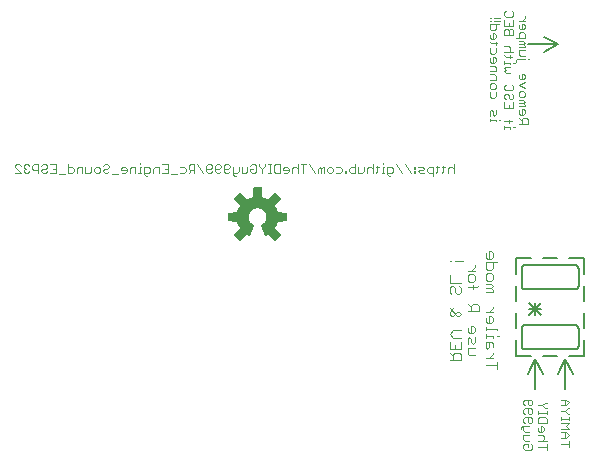
<source format=gbr>
G04 EAGLE Gerber RS-274X export*
G75*
%MOMM*%
%FSLAX34Y34*%
%LPD*%
%INSilkscreen Bottom*%
%IPPOS*%
%AMOC8*
5,1,8,0,0,1.08239X$1,22.5*%
G01*
%ADD10C,0.203200*%
%ADD11C,0.076200*%
%ADD12C,0.127000*%
%ADD13C,0.152400*%

G36*
X390075Y259330D02*
X390075Y259330D01*
X390131Y259330D01*
X390159Y259345D01*
X390191Y259350D01*
X390250Y259390D01*
X390286Y259408D01*
X390295Y259420D01*
X390311Y259431D01*
X394619Y263739D01*
X394636Y263766D01*
X394660Y263787D01*
X394681Y263839D01*
X394710Y263886D01*
X394713Y263918D01*
X394725Y263948D01*
X394722Y264003D01*
X394727Y264059D01*
X394715Y264089D01*
X394713Y264121D01*
X394679Y264184D01*
X394665Y264221D01*
X394654Y264231D01*
X394645Y264248D01*
X389678Y270339D01*
X390867Y272649D01*
X390874Y272675D01*
X390891Y272707D01*
X391683Y275181D01*
X399502Y275975D01*
X399533Y275985D01*
X399565Y275986D01*
X399614Y276013D01*
X399666Y276031D01*
X399689Y276054D01*
X399717Y276069D01*
X399749Y276115D01*
X399788Y276154D01*
X399798Y276185D01*
X399817Y276211D01*
X399830Y276281D01*
X399843Y276319D01*
X399841Y276334D01*
X399844Y276353D01*
X399844Y282447D01*
X399837Y282478D01*
X399839Y282510D01*
X399817Y282561D01*
X399805Y282616D01*
X399784Y282640D01*
X399772Y282670D01*
X399730Y282706D01*
X399695Y282749D01*
X399665Y282762D01*
X399641Y282783D01*
X399572Y282804D01*
X399536Y282820D01*
X399521Y282820D01*
X399502Y282825D01*
X391683Y283619D01*
X390891Y286093D01*
X390878Y286116D01*
X390867Y286151D01*
X389678Y288461D01*
X394645Y294552D01*
X394659Y294580D01*
X394680Y294604D01*
X394696Y294657D01*
X394721Y294707D01*
X394721Y294739D01*
X394730Y294770D01*
X394720Y294825D01*
X394720Y294881D01*
X394705Y294909D01*
X394700Y294941D01*
X394660Y295000D01*
X394642Y295036D01*
X394630Y295045D01*
X394619Y295061D01*
X390311Y299369D01*
X390284Y299386D01*
X390263Y299410D01*
X390211Y299431D01*
X390164Y299460D01*
X390132Y299463D01*
X390102Y299475D01*
X390047Y299472D01*
X389991Y299477D01*
X389961Y299465D01*
X389929Y299463D01*
X389866Y299429D01*
X389829Y299415D01*
X389819Y299404D01*
X389802Y299395D01*
X383711Y294428D01*
X381401Y295617D01*
X381375Y295624D01*
X381343Y295641D01*
X378869Y296433D01*
X378075Y304252D01*
X378067Y304278D01*
X378066Y304290D01*
X378065Y304293D01*
X378064Y304315D01*
X378037Y304364D01*
X378019Y304416D01*
X377996Y304439D01*
X377981Y304467D01*
X377935Y304499D01*
X377896Y304538D01*
X377865Y304548D01*
X377839Y304567D01*
X377769Y304580D01*
X377731Y304593D01*
X377716Y304591D01*
X377697Y304594D01*
X371603Y304594D01*
X371572Y304587D01*
X371540Y304589D01*
X371489Y304567D01*
X371434Y304555D01*
X371410Y304534D01*
X371380Y304522D01*
X371344Y304480D01*
X371301Y304445D01*
X371288Y304415D01*
X371267Y304391D01*
X371246Y304322D01*
X371230Y304286D01*
X371230Y304271D01*
X371228Y304264D01*
X371227Y304262D01*
X371227Y304261D01*
X371225Y304252D01*
X370431Y296433D01*
X367957Y295641D01*
X367934Y295628D01*
X367899Y295617D01*
X365589Y294428D01*
X359498Y299395D01*
X359470Y299409D01*
X359446Y299430D01*
X359393Y299446D01*
X359343Y299471D01*
X359311Y299471D01*
X359280Y299480D01*
X359225Y299470D01*
X359169Y299470D01*
X359141Y299455D01*
X359109Y299450D01*
X359050Y299410D01*
X359015Y299392D01*
X359005Y299380D01*
X358989Y299369D01*
X354681Y295061D01*
X354664Y295034D01*
X354640Y295013D01*
X354619Y294961D01*
X354590Y294914D01*
X354587Y294882D01*
X354575Y294852D01*
X354579Y294797D01*
X354573Y294741D01*
X354585Y294711D01*
X354587Y294679D01*
X354621Y294616D01*
X354635Y294579D01*
X354646Y294569D01*
X354655Y294552D01*
X359622Y288461D01*
X358433Y286151D01*
X358426Y286125D01*
X358409Y286093D01*
X357617Y283619D01*
X349798Y282825D01*
X349767Y282815D01*
X349735Y282814D01*
X349686Y282787D01*
X349634Y282769D01*
X349611Y282746D01*
X349583Y282731D01*
X349551Y282685D01*
X349512Y282646D01*
X349502Y282615D01*
X349483Y282589D01*
X349470Y282519D01*
X349457Y282481D01*
X349459Y282466D01*
X349456Y282447D01*
X349456Y276353D01*
X349463Y276322D01*
X349461Y276290D01*
X349483Y276239D01*
X349495Y276184D01*
X349516Y276160D01*
X349528Y276130D01*
X349570Y276094D01*
X349605Y276051D01*
X349635Y276038D01*
X349659Y276017D01*
X349728Y275996D01*
X349764Y275980D01*
X349779Y275980D01*
X349798Y275975D01*
X357617Y275181D01*
X358409Y272707D01*
X358422Y272684D01*
X358433Y272649D01*
X359622Y270339D01*
X354655Y264248D01*
X354641Y264220D01*
X354620Y264196D01*
X354604Y264143D01*
X354579Y264093D01*
X354579Y264061D01*
X354570Y264030D01*
X354580Y263975D01*
X354580Y263919D01*
X354595Y263891D01*
X354600Y263859D01*
X354640Y263800D01*
X354658Y263765D01*
X354670Y263755D01*
X354681Y263739D01*
X358989Y259431D01*
X359016Y259414D01*
X359037Y259390D01*
X359089Y259369D01*
X359136Y259340D01*
X359168Y259337D01*
X359198Y259325D01*
X359253Y259329D01*
X359309Y259323D01*
X359339Y259335D01*
X359371Y259337D01*
X359434Y259371D01*
X359471Y259385D01*
X359481Y259396D01*
X359498Y259405D01*
X365589Y264372D01*
X367898Y263182D01*
X367962Y263166D01*
X368025Y263143D01*
X368046Y263145D01*
X368066Y263140D01*
X368131Y263154D01*
X368197Y263161D01*
X368215Y263172D01*
X368235Y263177D01*
X368287Y263218D01*
X368343Y263254D01*
X368356Y263273D01*
X368371Y263285D01*
X368387Y263320D01*
X368423Y263374D01*
X372011Y272036D01*
X372016Y272068D01*
X372030Y272096D01*
X372030Y272152D01*
X372039Y272207D01*
X372030Y272238D01*
X372030Y272269D01*
X372005Y272320D01*
X371989Y272373D01*
X371967Y272396D01*
X371953Y272425D01*
X371897Y272471D01*
X371870Y272499D01*
X371856Y272504D01*
X371841Y272517D01*
X370464Y273261D01*
X369298Y274245D01*
X368358Y275447D01*
X367684Y276815D01*
X367303Y278293D01*
X367231Y279817D01*
X367473Y281323D01*
X368017Y282749D01*
X368841Y284033D01*
X369910Y285122D01*
X371178Y285970D01*
X372593Y286540D01*
X374095Y286810D01*
X375620Y286767D01*
X377104Y286414D01*
X378485Y285764D01*
X379704Y284847D01*
X380710Y283700D01*
X381461Y282371D01*
X381924Y280918D01*
X382081Y279399D01*
X381938Y277950D01*
X381515Y276556D01*
X380829Y275272D01*
X379905Y274146D01*
X378779Y273222D01*
X377461Y272517D01*
X377436Y272496D01*
X377407Y272482D01*
X377372Y272439D01*
X377331Y272403D01*
X377318Y272373D01*
X377298Y272348D01*
X377286Y272294D01*
X377265Y272243D01*
X377267Y272210D01*
X377260Y272178D01*
X377274Y272109D01*
X377277Y272070D01*
X377285Y272056D01*
X377289Y272036D01*
X380877Y263374D01*
X380916Y263320D01*
X380948Y263263D01*
X380965Y263251D01*
X380978Y263234D01*
X381036Y263203D01*
X381091Y263165D01*
X381112Y263162D01*
X381131Y263152D01*
X381197Y263151D01*
X381263Y263141D01*
X381286Y263148D01*
X381304Y263147D01*
X381339Y263164D01*
X381402Y263182D01*
X383711Y264372D01*
X389802Y259405D01*
X389830Y259391D01*
X389854Y259370D01*
X389907Y259354D01*
X389957Y259329D01*
X389989Y259329D01*
X390020Y259320D01*
X390075Y259330D01*
G37*
D10*
X641350Y146050D02*
X635000Y158750D01*
X635000Y133350D01*
X628650Y146050D02*
X635000Y158750D01*
X615950Y146050D02*
X609600Y158750D01*
X609600Y133350D01*
X603250Y146050D02*
X609600Y158750D01*
D11*
X631317Y87428D02*
X638689Y87428D01*
X638689Y84971D02*
X638689Y89886D01*
X636232Y92455D02*
X631317Y92455D01*
X636232Y92455D02*
X638689Y94912D01*
X636232Y97370D01*
X631317Y97370D01*
X635003Y97370D02*
X635003Y92455D01*
X631317Y99939D02*
X638689Y99939D01*
X636232Y102397D01*
X638689Y104854D01*
X631317Y104854D01*
X631317Y107423D02*
X631317Y109881D01*
X631317Y108652D02*
X638689Y108652D01*
X638689Y107423D02*
X638689Y109881D01*
X638689Y112413D02*
X637461Y112413D01*
X635003Y114870D01*
X637461Y117328D01*
X638689Y117328D01*
X635003Y114870D02*
X631317Y114870D01*
X631317Y119897D02*
X636232Y119897D01*
X638689Y122354D01*
X636232Y124812D01*
X631317Y124812D01*
X635003Y124812D02*
X635003Y119897D01*
X619385Y84933D02*
X612013Y84933D01*
X619385Y82476D02*
X619385Y87391D01*
X619385Y89960D02*
X612013Y89960D01*
X615699Y89960D02*
X616928Y91189D01*
X616928Y93646D01*
X615699Y94875D01*
X612013Y94875D01*
X612013Y98673D02*
X612013Y101131D01*
X612013Y98673D02*
X613242Y97444D01*
X615699Y97444D01*
X616928Y98673D01*
X616928Y101131D01*
X615699Y102359D01*
X614470Y102359D01*
X614470Y97444D01*
X612013Y104929D02*
X619385Y104929D01*
X612013Y104929D02*
X612013Y108615D01*
X613242Y109843D01*
X618157Y109843D01*
X619385Y108615D01*
X619385Y104929D01*
X612013Y112413D02*
X612013Y114870D01*
X612013Y113641D02*
X619385Y113641D01*
X619385Y112413D02*
X619385Y114870D01*
X619385Y117402D02*
X618157Y117402D01*
X615699Y119860D01*
X618157Y122317D01*
X619385Y122317D01*
X615699Y119860D02*
X612013Y119860D01*
X605965Y87391D02*
X607193Y86162D01*
X607193Y83705D01*
X605965Y82476D01*
X601050Y82476D01*
X599821Y83705D01*
X599821Y86162D01*
X601050Y87391D01*
X603507Y87391D01*
X603507Y84933D01*
X604736Y89960D02*
X601050Y89960D01*
X599821Y91189D01*
X599821Y94875D01*
X604736Y94875D01*
X604736Y97444D02*
X601050Y97444D01*
X599821Y98673D01*
X599821Y102359D01*
X598592Y102359D02*
X604736Y102359D01*
X598592Y102359D02*
X597364Y101131D01*
X597364Y99902D01*
X601050Y104929D02*
X599821Y106157D01*
X599821Y108615D01*
X601050Y109843D01*
X605965Y109843D01*
X607193Y108615D01*
X607193Y106157D01*
X605965Y104929D01*
X604736Y104929D01*
X603507Y106157D01*
X603507Y109843D01*
X601050Y112413D02*
X599821Y113641D01*
X599821Y116099D01*
X601050Y117328D01*
X605965Y117328D01*
X607193Y116099D01*
X607193Y113641D01*
X605965Y112413D01*
X604736Y112413D01*
X603507Y113641D01*
X603507Y117328D01*
X601050Y119897D02*
X599821Y121126D01*
X599821Y123583D01*
X601050Y124812D01*
X605965Y124812D01*
X607193Y123583D01*
X607193Y121126D01*
X605965Y119897D01*
X604736Y119897D01*
X603507Y121126D01*
X603507Y124812D01*
D10*
X650875Y161925D02*
X650875Y175063D01*
X650875Y185063D02*
X650875Y198200D01*
X650875Y208200D02*
X650875Y221338D01*
X650875Y231338D02*
X650875Y244475D01*
X593725Y175063D02*
X593725Y161925D01*
X593725Y185063D02*
X593725Y198200D01*
X593725Y208200D02*
X593725Y221338D01*
X593725Y231338D02*
X593725Y244475D01*
X638492Y161925D02*
X650875Y161925D01*
X628492Y161925D02*
X616108Y161925D01*
X606108Y161925D02*
X593725Y161925D01*
X638492Y244475D02*
X650875Y244475D01*
X628492Y244475D02*
X616108Y244475D01*
X606108Y244475D02*
X593725Y244475D01*
D12*
X604607Y206350D02*
X614606Y196351D01*
X604607Y196351D02*
X614606Y206350D01*
X609606Y206350D02*
X609606Y196351D01*
X604607Y201350D02*
X614606Y201350D01*
D11*
X577160Y153675D02*
X567754Y153675D01*
X577160Y150540D02*
X577160Y156811D01*
X574024Y159895D02*
X567754Y159895D01*
X570889Y159895D02*
X574024Y163030D01*
X574024Y164598D01*
X574024Y169259D02*
X574024Y172394D01*
X572457Y173962D01*
X567754Y173962D01*
X567754Y169259D01*
X569321Y167691D01*
X570889Y169259D01*
X570889Y173962D01*
X574024Y177046D02*
X574024Y178614D01*
X567754Y178614D01*
X567754Y177046D02*
X567754Y180182D01*
X577160Y178614D02*
X578727Y178614D01*
X577160Y183283D02*
X577160Y184851D01*
X567754Y184851D01*
X567754Y186418D02*
X567754Y183283D01*
X567754Y191088D02*
X567754Y194223D01*
X567754Y191088D02*
X569321Y189520D01*
X572457Y189520D01*
X574024Y191088D01*
X574024Y194223D01*
X572457Y195791D01*
X570889Y195791D01*
X570889Y189520D01*
X567754Y198875D02*
X574024Y198875D01*
X570889Y198875D02*
X574024Y202010D01*
X574024Y203578D01*
X574024Y216026D02*
X567754Y216026D01*
X574024Y216026D02*
X574024Y217594D01*
X572457Y219162D01*
X567754Y219162D01*
X572457Y219162D02*
X574024Y220729D01*
X572457Y222297D01*
X567754Y222297D01*
X567754Y226949D02*
X567754Y230084D01*
X569321Y231652D01*
X572457Y231652D01*
X574024Y230084D01*
X574024Y226949D01*
X572457Y225381D01*
X569321Y225381D01*
X567754Y226949D01*
X567754Y241007D02*
X577160Y241007D01*
X567754Y241007D02*
X567754Y236304D01*
X569321Y234737D01*
X572457Y234737D01*
X574024Y236304D01*
X574024Y241007D01*
X567754Y245659D02*
X567754Y248795D01*
X567754Y245659D02*
X569321Y244092D01*
X572457Y244092D01*
X574024Y245659D01*
X574024Y248795D01*
X572457Y250362D01*
X570889Y250362D01*
X570889Y244092D01*
X558784Y162234D02*
X554081Y162234D01*
X552514Y163802D01*
X552514Y168505D01*
X558784Y168505D01*
X552514Y171589D02*
X552514Y176292D01*
X554081Y177860D01*
X555649Y176292D01*
X555649Y173157D01*
X557217Y171589D01*
X558784Y173157D01*
X558784Y177860D01*
X552514Y182512D02*
X552514Y185647D01*
X552514Y182512D02*
X554081Y180944D01*
X557217Y180944D01*
X558784Y182512D01*
X558784Y185647D01*
X557217Y187215D01*
X555649Y187215D01*
X555649Y180944D01*
X552514Y199655D02*
X561920Y199655D01*
X561920Y204358D01*
X560352Y205925D01*
X557217Y205925D01*
X555649Y204358D01*
X555649Y199655D01*
X555649Y202790D02*
X552514Y205925D01*
X552514Y219933D02*
X560352Y219933D01*
X561920Y221500D01*
X557217Y221500D02*
X557217Y218365D01*
X552514Y226169D02*
X552514Y229305D01*
X554081Y230873D01*
X557217Y230873D01*
X558784Y229305D01*
X558784Y226169D01*
X557217Y224602D01*
X554081Y224602D01*
X552514Y226169D01*
X552514Y233957D02*
X558784Y233957D01*
X555649Y233957D02*
X558784Y237092D01*
X558784Y238660D01*
X546680Y158336D02*
X537274Y158336D01*
X546680Y158336D02*
X546680Y163039D01*
X545112Y164607D01*
X541977Y164607D01*
X540409Y163039D01*
X540409Y158336D01*
X540409Y161471D02*
X537274Y164607D01*
X546680Y167691D02*
X546680Y173962D01*
X546680Y167691D02*
X537274Y167691D01*
X537274Y173962D01*
X541977Y170826D02*
X541977Y167691D01*
X540409Y177046D02*
X546680Y177046D01*
X540409Y177046D02*
X537274Y180182D01*
X540409Y183317D01*
X546680Y183317D01*
X537274Y198892D02*
X540409Y202027D01*
X537274Y198892D02*
X537274Y197324D01*
X538841Y195757D01*
X540409Y195757D01*
X543544Y198892D01*
X545112Y198892D01*
X546680Y197324D01*
X545112Y195757D01*
X543544Y195757D01*
X537274Y202027D01*
X546680Y219170D02*
X545112Y220738D01*
X546680Y219170D02*
X546680Y216035D01*
X545112Y214467D01*
X543544Y214467D01*
X541977Y216035D01*
X541977Y219170D01*
X540409Y220738D01*
X538841Y220738D01*
X537274Y219170D01*
X537274Y216035D01*
X538841Y214467D01*
X537274Y223822D02*
X546680Y223822D01*
X537274Y223822D02*
X537274Y230093D01*
X537274Y242533D02*
X538841Y242533D01*
X541977Y242533D02*
X548247Y242533D01*
X540735Y316738D02*
X540735Y324110D01*
X539507Y321653D02*
X540735Y320424D01*
X539507Y321653D02*
X537049Y321653D01*
X535821Y320424D01*
X535821Y316738D01*
X532023Y317967D02*
X532023Y322882D01*
X532023Y317967D02*
X530794Y316738D01*
X530794Y321653D02*
X533251Y321653D01*
X527033Y322882D02*
X527033Y317967D01*
X525804Y316738D01*
X525804Y321653D02*
X528262Y321653D01*
X523272Y321653D02*
X523272Y314281D01*
X523272Y321653D02*
X519586Y321653D01*
X518358Y320424D01*
X518358Y317967D01*
X519586Y316738D01*
X523272Y316738D01*
X515788Y316738D02*
X512102Y316738D01*
X510873Y317967D01*
X512102Y319195D01*
X514560Y319195D01*
X515788Y320424D01*
X514560Y321653D01*
X510873Y321653D01*
X508304Y321653D02*
X507075Y321653D01*
X507075Y320424D01*
X508304Y320424D01*
X508304Y321653D01*
X508304Y317967D02*
X507075Y317967D01*
X507075Y316738D01*
X508304Y316738D01*
X508304Y317967D01*
X504562Y316738D02*
X499647Y324110D01*
X492163Y324110D02*
X497078Y316738D01*
X487136Y314281D02*
X485908Y314281D01*
X484679Y315509D01*
X484679Y321653D01*
X488365Y321653D01*
X489594Y320424D01*
X489594Y317967D01*
X488365Y316738D01*
X484679Y316738D01*
X482110Y321653D02*
X480881Y321653D01*
X480881Y316738D01*
X482110Y316738D02*
X479652Y316738D01*
X480881Y324110D02*
X480881Y325339D01*
X475891Y322882D02*
X475891Y317967D01*
X474663Y316738D01*
X474663Y321653D02*
X477120Y321653D01*
X472131Y324110D02*
X472131Y316738D01*
X472131Y320424D02*
X470902Y321653D01*
X468445Y321653D01*
X467216Y320424D01*
X467216Y316738D01*
X464647Y317967D02*
X464647Y321653D01*
X464647Y317967D02*
X463418Y316738D01*
X459732Y316738D01*
X459732Y321653D01*
X457162Y324110D02*
X457162Y316738D01*
X453476Y316738D01*
X452248Y317967D01*
X452248Y320424D01*
X453476Y321653D01*
X457162Y321653D01*
X449678Y317967D02*
X449678Y316738D01*
X449678Y317967D02*
X448450Y317967D01*
X448450Y316738D01*
X449678Y316738D01*
X444707Y321653D02*
X441021Y321653D01*
X444707Y321653D02*
X445936Y320424D01*
X445936Y317967D01*
X444707Y316738D01*
X441021Y316738D01*
X437223Y316738D02*
X434766Y316738D01*
X433537Y317967D01*
X433537Y320424D01*
X434766Y321653D01*
X437223Y321653D01*
X438452Y320424D01*
X438452Y317967D01*
X437223Y316738D01*
X430968Y316738D02*
X430968Y321653D01*
X429739Y321653D01*
X428510Y320424D01*
X428510Y316738D01*
X428510Y320424D02*
X427282Y321653D01*
X426053Y320424D01*
X426053Y316738D01*
X423484Y316738D02*
X418569Y324110D01*
X413542Y324110D02*
X413542Y316738D01*
X416000Y324110D02*
X411085Y324110D01*
X408515Y324110D02*
X408515Y316738D01*
X408515Y320424D02*
X407287Y321653D01*
X404829Y321653D01*
X403601Y320424D01*
X403601Y316738D01*
X399803Y316738D02*
X397345Y316738D01*
X399803Y316738D02*
X401031Y317967D01*
X401031Y320424D01*
X399803Y321653D01*
X397345Y321653D01*
X396116Y320424D01*
X396116Y319195D01*
X401031Y319195D01*
X393547Y316738D02*
X393547Y324110D01*
X393547Y316738D02*
X389861Y316738D01*
X388632Y317967D01*
X388632Y322882D01*
X389861Y324110D01*
X393547Y324110D01*
X386063Y316738D02*
X383605Y316738D01*
X384834Y316738D02*
X384834Y324110D01*
X386063Y324110D02*
X383605Y324110D01*
X381073Y324110D02*
X381073Y322882D01*
X378616Y320424D01*
X376159Y322882D01*
X376159Y324110D01*
X378616Y320424D02*
X378616Y316738D01*
X369903Y324110D02*
X368674Y322882D01*
X369903Y324110D02*
X372361Y324110D01*
X373589Y322882D01*
X373589Y317967D01*
X372361Y316738D01*
X369903Y316738D01*
X368674Y317967D01*
X368674Y320424D01*
X371132Y320424D01*
X366105Y321653D02*
X366105Y317967D01*
X364876Y316738D01*
X361190Y316738D01*
X361190Y321653D01*
X358621Y321653D02*
X358621Y317967D01*
X357392Y316738D01*
X353706Y316738D01*
X353706Y315509D02*
X353706Y321653D01*
X353706Y315509D02*
X354935Y314281D01*
X356164Y314281D01*
X351137Y317967D02*
X349908Y316738D01*
X347451Y316738D01*
X346222Y317967D01*
X346222Y322882D01*
X347451Y324110D01*
X349908Y324110D01*
X351137Y322882D01*
X351137Y321653D01*
X349908Y320424D01*
X346222Y320424D01*
X343653Y317967D02*
X342424Y316738D01*
X339967Y316738D01*
X338738Y317967D01*
X338738Y322882D01*
X339967Y324110D01*
X342424Y324110D01*
X343653Y322882D01*
X343653Y321653D01*
X342424Y320424D01*
X338738Y320424D01*
X336169Y317967D02*
X334940Y316738D01*
X332482Y316738D01*
X331254Y317967D01*
X331254Y322882D01*
X332482Y324110D01*
X334940Y324110D01*
X336169Y322882D01*
X336169Y321653D01*
X334940Y320424D01*
X331254Y320424D01*
X328684Y316738D02*
X323770Y324110D01*
X321200Y324110D02*
X321200Y316738D01*
X321200Y324110D02*
X317514Y324110D01*
X316285Y322882D01*
X316285Y320424D01*
X317514Y319195D01*
X321200Y319195D01*
X318743Y319195D02*
X316285Y316738D01*
X312487Y321653D02*
X308801Y321653D01*
X312487Y321653D02*
X313716Y320424D01*
X313716Y317967D01*
X312487Y316738D01*
X308801Y316738D01*
X306232Y315509D02*
X301317Y315509D01*
X298748Y324110D02*
X293833Y324110D01*
X298748Y324110D02*
X298748Y316738D01*
X293833Y316738D01*
X296290Y320424D02*
X298748Y320424D01*
X291264Y321653D02*
X291264Y316738D01*
X291264Y321653D02*
X287577Y321653D01*
X286349Y320424D01*
X286349Y316738D01*
X281322Y314281D02*
X280093Y314281D01*
X278865Y315509D01*
X278865Y321653D01*
X282551Y321653D01*
X283779Y320424D01*
X283779Y317967D01*
X282551Y316738D01*
X278865Y316738D01*
X276295Y321653D02*
X275067Y321653D01*
X275067Y316738D01*
X276295Y316738D02*
X273838Y316738D01*
X275067Y324110D02*
X275067Y325339D01*
X271306Y321653D02*
X271306Y316738D01*
X271306Y321653D02*
X267620Y321653D01*
X266391Y320424D01*
X266391Y316738D01*
X262593Y316738D02*
X260136Y316738D01*
X262593Y316738D02*
X263822Y317967D01*
X263822Y320424D01*
X262593Y321653D01*
X260136Y321653D01*
X258907Y320424D01*
X258907Y319195D01*
X263822Y319195D01*
X256338Y315509D02*
X251423Y315509D01*
X243939Y322882D02*
X245167Y324110D01*
X247625Y324110D01*
X248853Y322882D01*
X248853Y321653D01*
X247625Y320424D01*
X245167Y320424D01*
X243939Y319195D01*
X243939Y317967D01*
X245167Y316738D01*
X247625Y316738D01*
X248853Y317967D01*
X240141Y316738D02*
X237683Y316738D01*
X236454Y317967D01*
X236454Y320424D01*
X237683Y321653D01*
X240141Y321653D01*
X241369Y320424D01*
X241369Y317967D01*
X240141Y316738D01*
X233885Y317967D02*
X233885Y321653D01*
X233885Y317967D02*
X232656Y316738D01*
X228970Y316738D01*
X228970Y321653D01*
X226401Y321653D02*
X226401Y316738D01*
X226401Y321653D02*
X222715Y321653D01*
X221486Y320424D01*
X221486Y316738D01*
X214002Y316738D02*
X214002Y324110D01*
X214002Y316738D02*
X217688Y316738D01*
X218917Y317967D01*
X218917Y320424D01*
X217688Y321653D01*
X214002Y321653D01*
X211433Y315509D02*
X206518Y315509D01*
X203948Y324110D02*
X199034Y324110D01*
X203948Y324110D02*
X203948Y316738D01*
X199034Y316738D01*
X201491Y320424D02*
X203948Y320424D01*
X192778Y324110D02*
X191549Y322882D01*
X192778Y324110D02*
X195236Y324110D01*
X196464Y322882D01*
X196464Y321653D01*
X195236Y320424D01*
X192778Y320424D01*
X191549Y319195D01*
X191549Y317967D01*
X192778Y316738D01*
X195236Y316738D01*
X196464Y317967D01*
X188980Y316738D02*
X188980Y324110D01*
X185294Y324110D01*
X184065Y322882D01*
X184065Y320424D01*
X185294Y319195D01*
X188980Y319195D01*
X181496Y322882D02*
X180267Y324110D01*
X177810Y324110D01*
X176581Y322882D01*
X176581Y321653D01*
X177810Y320424D01*
X179039Y320424D01*
X177810Y320424D02*
X176581Y319195D01*
X176581Y317967D01*
X177810Y316738D01*
X180267Y316738D01*
X181496Y317967D01*
X174012Y316738D02*
X169097Y316738D01*
X174012Y316738D02*
X169097Y321653D01*
X169097Y322882D01*
X170326Y324110D01*
X172783Y324110D01*
X174012Y322882D01*
X595884Y358418D02*
X603256Y358418D01*
X603256Y362104D01*
X602028Y363332D01*
X599570Y363332D01*
X598341Y362104D01*
X598341Y358418D01*
X598341Y360875D02*
X595884Y363332D01*
X595884Y367130D02*
X595884Y369588D01*
X595884Y367130D02*
X597113Y365902D01*
X599570Y365902D01*
X600799Y367130D01*
X600799Y369588D01*
X599570Y370817D01*
X598341Y370817D01*
X598341Y365902D01*
X595884Y373386D02*
X600799Y373386D01*
X600799Y374615D01*
X599570Y375843D01*
X595884Y375843D01*
X599570Y375843D02*
X600799Y377072D01*
X599570Y378301D01*
X595884Y378301D01*
X595884Y382099D02*
X595884Y384556D01*
X597113Y385785D01*
X599570Y385785D01*
X600799Y384556D01*
X600799Y382099D01*
X599570Y380870D01*
X597113Y380870D01*
X595884Y382099D01*
X600799Y388354D02*
X595884Y390812D01*
X600799Y393269D01*
X595884Y397067D02*
X595884Y399524D01*
X595884Y397067D02*
X597113Y395838D01*
X599570Y395838D01*
X600799Y397067D01*
X600799Y399524D01*
X599570Y400753D01*
X598341Y400753D01*
X598341Y395838D01*
X593427Y410807D02*
X593427Y412035D01*
X594655Y413264D01*
X600799Y413264D01*
X603256Y413264D02*
X604485Y413264D01*
X600799Y415796D02*
X597113Y415796D01*
X595884Y417025D01*
X595884Y420711D01*
X600799Y420711D01*
X600799Y423280D02*
X595884Y423280D01*
X600799Y423280D02*
X600799Y424509D01*
X599570Y425738D01*
X595884Y425738D01*
X599570Y425738D02*
X600799Y426966D01*
X599570Y428195D01*
X595884Y428195D01*
X593427Y430764D02*
X600799Y430764D01*
X600799Y434451D01*
X599570Y435679D01*
X597113Y435679D01*
X595884Y434451D01*
X595884Y430764D01*
X595884Y439477D02*
X595884Y441935D01*
X595884Y439477D02*
X597113Y438249D01*
X599570Y438249D01*
X600799Y439477D01*
X600799Y441935D01*
X599570Y443163D01*
X598341Y443163D01*
X598341Y438249D01*
X595884Y445733D02*
X600799Y445733D01*
X600799Y448190D02*
X598341Y445733D01*
X600799Y448190D02*
X600799Y449419D01*
X588607Y355280D02*
X588607Y354052D01*
X588607Y355280D02*
X583692Y355280D01*
X583692Y354052D02*
X583692Y356509D01*
X591064Y355280D02*
X592293Y355280D01*
X589836Y360270D02*
X583692Y360270D01*
X589836Y360270D02*
X591064Y361499D01*
X587378Y361499D02*
X587378Y359041D01*
X591064Y371515D02*
X591064Y376430D01*
X591064Y371515D02*
X583692Y371515D01*
X583692Y376430D01*
X587378Y373972D02*
X587378Y371515D01*
X591064Y382685D02*
X589836Y383914D01*
X591064Y382685D02*
X591064Y380228D01*
X589836Y378999D01*
X588607Y378999D01*
X587378Y380228D01*
X587378Y382685D01*
X586149Y383914D01*
X584921Y383914D01*
X583692Y382685D01*
X583692Y380228D01*
X584921Y378999D01*
X591064Y390169D02*
X589836Y391398D01*
X591064Y390169D02*
X591064Y387712D01*
X589836Y386483D01*
X584921Y386483D01*
X583692Y387712D01*
X583692Y390169D01*
X584921Y391398D01*
X584921Y401451D02*
X588607Y401451D01*
X584921Y401451D02*
X583692Y402680D01*
X584921Y403909D01*
X583692Y405138D01*
X584921Y406366D01*
X588607Y406366D01*
X588607Y408936D02*
X588607Y410164D01*
X583692Y410164D01*
X583692Y408936D02*
X583692Y411393D01*
X591064Y410164D02*
X592293Y410164D01*
X589836Y415154D02*
X584921Y415154D01*
X583692Y416382D01*
X588607Y416382D02*
X588607Y413925D01*
X591064Y418914D02*
X583692Y418914D01*
X587378Y418914D02*
X588607Y420143D01*
X588607Y422601D01*
X587378Y423829D01*
X583692Y423829D01*
X583692Y433883D02*
X591064Y433883D01*
X591064Y437569D01*
X589836Y438798D01*
X588607Y438798D01*
X587378Y437569D01*
X586149Y438798D01*
X584921Y438798D01*
X583692Y437569D01*
X583692Y433883D01*
X587378Y433883D02*
X587378Y437569D01*
X591064Y441367D02*
X591064Y446282D01*
X591064Y441367D02*
X583692Y441367D01*
X583692Y446282D01*
X587378Y443824D02*
X587378Y441367D01*
X591064Y452537D02*
X589836Y453766D01*
X591064Y452537D02*
X591064Y450080D01*
X589836Y448851D01*
X584921Y448851D01*
X583692Y450080D01*
X583692Y452537D01*
X584921Y453766D01*
X576415Y361517D02*
X576415Y360289D01*
X576415Y361517D02*
X571500Y361517D01*
X571500Y360289D02*
X571500Y362746D01*
X578872Y361517D02*
X580101Y361517D01*
X571500Y365278D02*
X571500Y368964D01*
X572729Y370193D01*
X573957Y368964D01*
X573957Y366507D01*
X575186Y365278D01*
X576415Y366507D01*
X576415Y370193D01*
X576415Y381475D02*
X576415Y385161D01*
X576415Y381475D02*
X575186Y380246D01*
X572729Y380246D01*
X571500Y381475D01*
X571500Y385161D01*
X571500Y388959D02*
X571500Y391417D01*
X572729Y392645D01*
X575186Y392645D01*
X576415Y391417D01*
X576415Y388959D01*
X575186Y387730D01*
X572729Y387730D01*
X571500Y388959D01*
X571500Y395215D02*
X576415Y395215D01*
X576415Y398901D01*
X575186Y400129D01*
X571500Y400129D01*
X571500Y402699D02*
X576415Y402699D01*
X576415Y406385D01*
X575186Y407614D01*
X571500Y407614D01*
X571500Y411412D02*
X571500Y413869D01*
X571500Y411412D02*
X572729Y410183D01*
X575186Y410183D01*
X576415Y411412D01*
X576415Y413869D01*
X575186Y415098D01*
X573957Y415098D01*
X573957Y410183D01*
X576415Y418896D02*
X576415Y422582D01*
X576415Y418896D02*
X575186Y417667D01*
X572729Y417667D01*
X571500Y418896D01*
X571500Y422582D01*
X572729Y426380D02*
X577644Y426380D01*
X572729Y426380D02*
X571500Y427609D01*
X576415Y427609D02*
X576415Y425151D01*
X571500Y431369D02*
X571500Y433827D01*
X571500Y431369D02*
X572729Y430141D01*
X575186Y430141D01*
X576415Y431369D01*
X576415Y433827D01*
X575186Y435056D01*
X573957Y435056D01*
X573957Y430141D01*
X571500Y442540D02*
X578872Y442540D01*
X571500Y442540D02*
X571500Y438854D01*
X572729Y437625D01*
X575186Y437625D01*
X576415Y438854D01*
X576415Y442540D01*
X572729Y445109D02*
X571500Y445109D01*
X575186Y445109D02*
X580101Y445109D01*
X572729Y447604D02*
X571500Y447604D01*
X575186Y447604D02*
X580101Y447604D01*
D10*
X603250Y425450D02*
X628650Y425450D01*
X617538Y431800D01*
X617538Y419100D02*
X628650Y425450D01*
D13*
X643890Y238760D02*
X600710Y238760D01*
X643890Y218440D02*
X643990Y218442D01*
X644089Y218448D01*
X644189Y218458D01*
X644287Y218471D01*
X644386Y218489D01*
X644483Y218510D01*
X644579Y218535D01*
X644675Y218564D01*
X644769Y218597D01*
X644862Y218633D01*
X644953Y218673D01*
X645043Y218717D01*
X645131Y218764D01*
X645217Y218814D01*
X645301Y218868D01*
X645383Y218925D01*
X645462Y218985D01*
X645540Y219049D01*
X645614Y219115D01*
X645686Y219184D01*
X645755Y219256D01*
X645821Y219330D01*
X645885Y219408D01*
X645945Y219487D01*
X646002Y219569D01*
X646056Y219653D01*
X646106Y219739D01*
X646153Y219827D01*
X646197Y219917D01*
X646237Y220008D01*
X646273Y220101D01*
X646306Y220195D01*
X646335Y220291D01*
X646360Y220387D01*
X646381Y220484D01*
X646399Y220583D01*
X646412Y220681D01*
X646422Y220781D01*
X646428Y220880D01*
X646430Y220980D01*
X600710Y218440D02*
X600610Y218442D01*
X600511Y218448D01*
X600411Y218458D01*
X600313Y218471D01*
X600214Y218489D01*
X600117Y218510D01*
X600021Y218535D01*
X599925Y218564D01*
X599831Y218597D01*
X599738Y218633D01*
X599647Y218673D01*
X599557Y218717D01*
X599469Y218764D01*
X599383Y218814D01*
X599299Y218868D01*
X599217Y218925D01*
X599138Y218985D01*
X599060Y219049D01*
X598986Y219115D01*
X598914Y219184D01*
X598845Y219256D01*
X598779Y219330D01*
X598715Y219408D01*
X598655Y219487D01*
X598598Y219569D01*
X598544Y219653D01*
X598494Y219739D01*
X598447Y219827D01*
X598403Y219917D01*
X598363Y220008D01*
X598327Y220101D01*
X598294Y220195D01*
X598265Y220291D01*
X598240Y220387D01*
X598219Y220484D01*
X598201Y220583D01*
X598188Y220681D01*
X598178Y220781D01*
X598172Y220880D01*
X598170Y220980D01*
X598170Y236220D02*
X598172Y236320D01*
X598178Y236419D01*
X598188Y236519D01*
X598201Y236617D01*
X598219Y236716D01*
X598240Y236813D01*
X598265Y236909D01*
X598294Y237005D01*
X598327Y237099D01*
X598363Y237192D01*
X598403Y237283D01*
X598447Y237373D01*
X598494Y237461D01*
X598544Y237547D01*
X598598Y237631D01*
X598655Y237713D01*
X598715Y237792D01*
X598779Y237870D01*
X598845Y237944D01*
X598914Y238016D01*
X598986Y238085D01*
X599060Y238151D01*
X599138Y238215D01*
X599217Y238275D01*
X599299Y238332D01*
X599383Y238386D01*
X599469Y238436D01*
X599557Y238483D01*
X599647Y238527D01*
X599738Y238567D01*
X599831Y238603D01*
X599925Y238636D01*
X600021Y238665D01*
X600117Y238690D01*
X600214Y238711D01*
X600313Y238729D01*
X600411Y238742D01*
X600511Y238752D01*
X600610Y238758D01*
X600710Y238760D01*
X643890Y238760D02*
X643990Y238758D01*
X644089Y238752D01*
X644189Y238742D01*
X644287Y238729D01*
X644386Y238711D01*
X644483Y238690D01*
X644579Y238665D01*
X644675Y238636D01*
X644769Y238603D01*
X644862Y238567D01*
X644953Y238527D01*
X645043Y238483D01*
X645131Y238436D01*
X645217Y238386D01*
X645301Y238332D01*
X645383Y238275D01*
X645462Y238215D01*
X645540Y238151D01*
X645614Y238085D01*
X645686Y238016D01*
X645755Y237944D01*
X645821Y237870D01*
X645885Y237792D01*
X645945Y237713D01*
X646002Y237631D01*
X646056Y237547D01*
X646106Y237461D01*
X646153Y237373D01*
X646197Y237283D01*
X646237Y237192D01*
X646273Y237099D01*
X646306Y237005D01*
X646335Y236909D01*
X646360Y236813D01*
X646381Y236716D01*
X646399Y236617D01*
X646412Y236519D01*
X646422Y236419D01*
X646428Y236320D01*
X646430Y236220D01*
X646430Y220980D01*
X598170Y220980D02*
X598170Y236220D01*
X600710Y218440D02*
X643890Y218440D01*
X643890Y187960D02*
X600710Y187960D01*
X643890Y167640D02*
X643990Y167642D01*
X644089Y167648D01*
X644189Y167658D01*
X644287Y167671D01*
X644386Y167689D01*
X644483Y167710D01*
X644579Y167735D01*
X644675Y167764D01*
X644769Y167797D01*
X644862Y167833D01*
X644953Y167873D01*
X645043Y167917D01*
X645131Y167964D01*
X645217Y168014D01*
X645301Y168068D01*
X645383Y168125D01*
X645462Y168185D01*
X645540Y168249D01*
X645614Y168315D01*
X645686Y168384D01*
X645755Y168456D01*
X645821Y168530D01*
X645885Y168608D01*
X645945Y168687D01*
X646002Y168769D01*
X646056Y168853D01*
X646106Y168939D01*
X646153Y169027D01*
X646197Y169117D01*
X646237Y169208D01*
X646273Y169301D01*
X646306Y169395D01*
X646335Y169491D01*
X646360Y169587D01*
X646381Y169684D01*
X646399Y169783D01*
X646412Y169881D01*
X646422Y169981D01*
X646428Y170080D01*
X646430Y170180D01*
X600710Y167640D02*
X600610Y167642D01*
X600511Y167648D01*
X600411Y167658D01*
X600313Y167671D01*
X600214Y167689D01*
X600117Y167710D01*
X600021Y167735D01*
X599925Y167764D01*
X599831Y167797D01*
X599738Y167833D01*
X599647Y167873D01*
X599557Y167917D01*
X599469Y167964D01*
X599383Y168014D01*
X599299Y168068D01*
X599217Y168125D01*
X599138Y168185D01*
X599060Y168249D01*
X598986Y168315D01*
X598914Y168384D01*
X598845Y168456D01*
X598779Y168530D01*
X598715Y168608D01*
X598655Y168687D01*
X598598Y168769D01*
X598544Y168853D01*
X598494Y168939D01*
X598447Y169027D01*
X598403Y169117D01*
X598363Y169208D01*
X598327Y169301D01*
X598294Y169395D01*
X598265Y169491D01*
X598240Y169587D01*
X598219Y169684D01*
X598201Y169783D01*
X598188Y169881D01*
X598178Y169981D01*
X598172Y170080D01*
X598170Y170180D01*
X598170Y185420D02*
X598172Y185520D01*
X598178Y185619D01*
X598188Y185719D01*
X598201Y185817D01*
X598219Y185916D01*
X598240Y186013D01*
X598265Y186109D01*
X598294Y186205D01*
X598327Y186299D01*
X598363Y186392D01*
X598403Y186483D01*
X598447Y186573D01*
X598494Y186661D01*
X598544Y186747D01*
X598598Y186831D01*
X598655Y186913D01*
X598715Y186992D01*
X598779Y187070D01*
X598845Y187144D01*
X598914Y187216D01*
X598986Y187285D01*
X599060Y187351D01*
X599138Y187415D01*
X599217Y187475D01*
X599299Y187532D01*
X599383Y187586D01*
X599469Y187636D01*
X599557Y187683D01*
X599647Y187727D01*
X599738Y187767D01*
X599831Y187803D01*
X599925Y187836D01*
X600021Y187865D01*
X600117Y187890D01*
X600214Y187911D01*
X600313Y187929D01*
X600411Y187942D01*
X600511Y187952D01*
X600610Y187958D01*
X600710Y187960D01*
X643890Y187960D02*
X643990Y187958D01*
X644089Y187952D01*
X644189Y187942D01*
X644287Y187929D01*
X644386Y187911D01*
X644483Y187890D01*
X644579Y187865D01*
X644675Y187836D01*
X644769Y187803D01*
X644862Y187767D01*
X644953Y187727D01*
X645043Y187683D01*
X645131Y187636D01*
X645217Y187586D01*
X645301Y187532D01*
X645383Y187475D01*
X645462Y187415D01*
X645540Y187351D01*
X645614Y187285D01*
X645686Y187216D01*
X645755Y187144D01*
X645821Y187070D01*
X645885Y186992D01*
X645945Y186913D01*
X646002Y186831D01*
X646056Y186747D01*
X646106Y186661D01*
X646153Y186573D01*
X646197Y186483D01*
X646237Y186392D01*
X646273Y186299D01*
X646306Y186205D01*
X646335Y186109D01*
X646360Y186013D01*
X646381Y185916D01*
X646399Y185817D01*
X646412Y185719D01*
X646422Y185619D01*
X646428Y185520D01*
X646430Y185420D01*
X646430Y170180D01*
X598170Y170180D02*
X598170Y185420D01*
X600710Y167640D02*
X643890Y167640D01*
M02*

</source>
